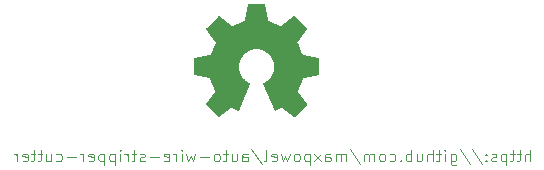
<source format=gbo>
G04 #@! TF.GenerationSoftware,KiCad,Pcbnew,8.0.5-8.0.5-0~ubuntu22.04.1*
G04 #@! TF.CreationDate,2024-10-01T13:57:59+02:00*
G04 #@! TF.ProjectId,wire-cutter,77697265-2d63-4757-9474-65722e6b6963,rev?*
G04 #@! TF.SameCoordinates,Original*
G04 #@! TF.FileFunction,Legend,Bot*
G04 #@! TF.FilePolarity,Positive*
%FSLAX46Y46*%
G04 Gerber Fmt 4.6, Leading zero omitted, Abs format (unit mm)*
G04 Created by KiCad (PCBNEW 8.0.5-8.0.5-0~ubuntu22.04.1) date 2024-10-01 13:57:59*
%MOMM*%
%LPD*%
G01*
G04 APERTURE LIST*
%ADD10C,0.000000*%
%ADD11C,0.100000*%
G04 APERTURE END LIST*
D10*
G36*
X91534624Y-77787253D02*
G01*
X91537646Y-77787477D01*
X91540653Y-77787847D01*
X91543640Y-77788358D01*
X91546604Y-77789007D01*
X91549539Y-77789789D01*
X91552441Y-77790703D01*
X91555305Y-77791742D01*
X91558128Y-77792905D01*
X91560905Y-77794187D01*
X91563630Y-77795584D01*
X91566301Y-77797093D01*
X91568911Y-77798710D01*
X91571458Y-77800432D01*
X91573935Y-77802254D01*
X91576340Y-77804173D01*
X91578667Y-77806186D01*
X91580911Y-77808288D01*
X91583069Y-77810475D01*
X91585136Y-77812745D01*
X91587108Y-77815094D01*
X91588979Y-77817517D01*
X91590746Y-77820011D01*
X91592403Y-77822572D01*
X91593948Y-77825197D01*
X91595374Y-77827882D01*
X91596678Y-77830623D01*
X91597855Y-77833416D01*
X91598900Y-77836259D01*
X91599810Y-77839146D01*
X91600580Y-77842075D01*
X91601204Y-77845041D01*
X91852427Y-79194655D01*
X91853061Y-79197645D01*
X91853832Y-79200646D01*
X91855763Y-79206657D01*
X91858187Y-79212650D01*
X91861070Y-79218585D01*
X91864377Y-79224422D01*
X91868074Y-79230123D01*
X91872129Y-79235649D01*
X91876507Y-79240960D01*
X91881174Y-79246017D01*
X91886096Y-79250780D01*
X91891241Y-79255212D01*
X91896573Y-79259272D01*
X91902059Y-79262921D01*
X91907665Y-79266121D01*
X91910502Y-79267539D01*
X91913357Y-79268831D01*
X91916225Y-79269991D01*
X91919102Y-79271013D01*
X92823659Y-79641297D01*
X92829278Y-79643771D01*
X92835238Y-79645838D01*
X92841485Y-79647500D01*
X92847968Y-79648762D01*
X92854634Y-79649628D01*
X92861429Y-79650100D01*
X92868303Y-79650183D01*
X92875202Y-79649880D01*
X92882075Y-79649195D01*
X92888867Y-79648131D01*
X92895528Y-79646691D01*
X92902005Y-79644881D01*
X92908245Y-79642702D01*
X92914196Y-79640159D01*
X92919805Y-79637256D01*
X92925020Y-79633995D01*
X94052542Y-78860248D01*
X94055082Y-78858593D01*
X94057697Y-78857068D01*
X94060381Y-78855670D01*
X94063129Y-78854400D01*
X94065935Y-78853258D01*
X94068794Y-78852242D01*
X94071699Y-78851353D01*
X94074644Y-78850589D01*
X94077625Y-78849950D01*
X94080635Y-78849435D01*
X94086719Y-78848778D01*
X94092852Y-78848614D01*
X94098986Y-78848937D01*
X94105078Y-78849743D01*
X94111079Y-78851029D01*
X94116945Y-78852791D01*
X94119813Y-78853849D01*
X94122629Y-78855024D01*
X94125389Y-78856315D01*
X94128086Y-78857723D01*
X94130715Y-78859247D01*
X94133270Y-78860886D01*
X94135745Y-78862639D01*
X94138134Y-78864507D01*
X94140432Y-78866488D01*
X94142633Y-78868582D01*
X95092196Y-79818145D01*
X95094290Y-79820346D01*
X95096270Y-79822645D01*
X95098135Y-79825035D01*
X95099886Y-79827512D01*
X95101522Y-79830068D01*
X95103041Y-79832699D01*
X95105732Y-79838161D01*
X95107955Y-79843851D01*
X95109707Y-79849724D01*
X95110984Y-79855733D01*
X95111782Y-79861831D01*
X95112099Y-79867973D01*
X95111930Y-79874113D01*
X95111272Y-79880204D01*
X95110122Y-79886200D01*
X95108477Y-79892056D01*
X95107467Y-79894916D01*
X95106332Y-79897724D01*
X95105071Y-79900474D01*
X95103684Y-79903159D01*
X95102170Y-79905775D01*
X95100530Y-79908315D01*
X94340276Y-81016390D01*
X94337006Y-81021628D01*
X94334104Y-81027246D01*
X94331573Y-81033194D01*
X94329416Y-81039420D01*
X94327638Y-81045874D01*
X94326240Y-81052504D01*
X94325226Y-81059259D01*
X94324599Y-81066089D01*
X94324363Y-81072942D01*
X94324522Y-81079767D01*
X94325077Y-81086513D01*
X94326033Y-81093129D01*
X94327392Y-81099565D01*
X94329159Y-81105769D01*
X94331335Y-81111689D01*
X94333926Y-81117276D01*
X94733897Y-82050408D01*
X94736181Y-82056138D01*
X94738990Y-82061815D01*
X94742283Y-82067406D01*
X94746020Y-82072877D01*
X94750163Y-82078194D01*
X94754671Y-82083324D01*
X94759505Y-82088231D01*
X94764626Y-82092884D01*
X94769992Y-82097247D01*
X94775566Y-82101286D01*
X94781306Y-82104969D01*
X94787175Y-82108261D01*
X94793131Y-82111129D01*
X94799135Y-82113538D01*
X94805148Y-82115454D01*
X94811129Y-82116845D01*
X96115974Y-82359494D01*
X96118934Y-82360133D01*
X96121856Y-82360915D01*
X96124736Y-82361837D01*
X96127573Y-82362893D01*
X96130361Y-82364079D01*
X96133096Y-82365391D01*
X96135776Y-82366825D01*
X96138396Y-82368376D01*
X96143443Y-82371811D01*
X96148206Y-82375661D01*
X96152656Y-82379892D01*
X96156763Y-82384468D01*
X96160497Y-82389353D01*
X96163828Y-82394513D01*
X96166726Y-82399912D01*
X96168004Y-82402690D01*
X96169162Y-82405515D01*
X96170197Y-82408383D01*
X96171105Y-82411287D01*
X96171882Y-82414226D01*
X96172526Y-82417193D01*
X96173031Y-82420185D01*
X96173394Y-82423197D01*
X96173612Y-82426225D01*
X96173680Y-82429264D01*
X96173521Y-83772210D01*
X96173445Y-83775243D01*
X96173220Y-83778266D01*
X96172849Y-83781275D01*
X96172337Y-83784265D01*
X96171687Y-83787232D01*
X96170902Y-83790171D01*
X96169987Y-83793077D01*
X96168945Y-83795947D01*
X96167780Y-83798775D01*
X96166495Y-83801557D01*
X96165096Y-83804288D01*
X96163584Y-83806965D01*
X96161965Y-83809581D01*
X96160241Y-83812133D01*
X96158416Y-83814617D01*
X96156495Y-83817027D01*
X96154481Y-83819359D01*
X96152378Y-83821609D01*
X96150189Y-83823772D01*
X96147918Y-83825843D01*
X96145570Y-83827818D01*
X96143147Y-83829693D01*
X96140653Y-83831462D01*
X96138093Y-83833121D01*
X96135470Y-83834667D01*
X96132787Y-83836093D01*
X96130049Y-83837396D01*
X96127259Y-83838571D01*
X96124422Y-83839614D01*
X96121539Y-83840519D01*
X96118617Y-83841283D01*
X96115657Y-83841901D01*
X94842879Y-84078756D01*
X94839882Y-84079370D01*
X94836880Y-84080123D01*
X94833875Y-84081011D01*
X94830874Y-84082029D01*
X94824900Y-84084437D01*
X94818995Y-84087314D01*
X94813198Y-84090624D01*
X94807546Y-84094333D01*
X94802077Y-84098406D01*
X94796831Y-84102807D01*
X94791843Y-84107502D01*
X94787153Y-84112457D01*
X94782799Y-84117635D01*
X94778819Y-84123003D01*
X94775250Y-84128525D01*
X94772130Y-84134167D01*
X94769498Y-84139893D01*
X94768377Y-84142777D01*
X94767392Y-84145669D01*
X94370042Y-85138253D01*
X94367584Y-85143899D01*
X94365534Y-85149878D01*
X94363890Y-85156139D01*
X94362646Y-85162630D01*
X94361799Y-85169299D01*
X94361345Y-85176094D01*
X94361279Y-85182964D01*
X94361598Y-85189857D01*
X94362297Y-85196721D01*
X94363373Y-85203504D01*
X94364821Y-85210156D01*
X94366637Y-85216623D01*
X94368817Y-85222854D01*
X94371358Y-85228798D01*
X94374254Y-85234402D01*
X94377502Y-85239615D01*
X95100529Y-86293160D01*
X95102183Y-86295700D01*
X95103709Y-86298317D01*
X95105106Y-86301003D01*
X95106376Y-86303754D01*
X95107518Y-86306564D01*
X95108534Y-86309427D01*
X95109424Y-86312336D01*
X95110188Y-86315287D01*
X95110827Y-86318273D01*
X95111341Y-86321289D01*
X95111998Y-86327387D01*
X95112163Y-86333534D01*
X95111840Y-86339684D01*
X95111033Y-86345789D01*
X95109747Y-86351805D01*
X95107986Y-86357684D01*
X95106928Y-86360558D01*
X95105753Y-86363381D01*
X95104461Y-86366146D01*
X95103053Y-86368848D01*
X95101530Y-86371481D01*
X95099891Y-86374039D01*
X95098138Y-86376517D01*
X95096270Y-86378909D01*
X95094289Y-86381208D01*
X95092195Y-86383409D01*
X94142473Y-87332972D01*
X94140286Y-87335052D01*
X94138000Y-87337020D01*
X94135621Y-87338875D01*
X94133155Y-87340616D01*
X94130608Y-87342245D01*
X94127985Y-87343758D01*
X94122536Y-87346441D01*
X94116855Y-87348661D01*
X94110989Y-87350413D01*
X94104983Y-87351694D01*
X94098886Y-87352499D01*
X94092743Y-87352823D01*
X94086601Y-87352664D01*
X94080507Y-87352017D01*
X94074507Y-87350876D01*
X94068648Y-87349239D01*
X94065786Y-87348233D01*
X94062976Y-87347102D01*
X94060226Y-87345844D01*
X94057539Y-87344459D01*
X94054923Y-87342947D01*
X94052383Y-87341307D01*
X93017412Y-86630980D01*
X93012209Y-86627741D01*
X93006637Y-86624902D01*
X93000746Y-86622462D01*
X92994586Y-86620423D01*
X92988209Y-86618786D01*
X92981665Y-86617552D01*
X92975005Y-86616722D01*
X92968279Y-86616296D01*
X92961538Y-86616275D01*
X92954833Y-86616662D01*
X92948214Y-86617455D01*
X92941733Y-86618657D01*
X92935439Y-86620269D01*
X92929384Y-86622290D01*
X92923619Y-86624723D01*
X92918193Y-86627567D01*
X92461787Y-86871248D01*
X92459058Y-86872546D01*
X92456306Y-86873687D01*
X92453536Y-86874672D01*
X92450753Y-86875505D01*
X92447962Y-86876185D01*
X92445167Y-86876716D01*
X92442373Y-86877099D01*
X92439585Y-86877335D01*
X92436808Y-86877427D01*
X92434046Y-86877376D01*
X92431304Y-86877183D01*
X92428586Y-86876852D01*
X92425899Y-86876382D01*
X92423246Y-86875777D01*
X92420631Y-86875037D01*
X92418061Y-86874165D01*
X92415539Y-86873163D01*
X92413071Y-86872031D01*
X92410661Y-86870772D01*
X92408313Y-86869388D01*
X92406034Y-86867880D01*
X92403826Y-86866250D01*
X92401696Y-86864500D01*
X92399647Y-86862631D01*
X92397686Y-86860646D01*
X92395815Y-86858546D01*
X92394041Y-86856332D01*
X92392367Y-86854007D01*
X92390800Y-86851572D01*
X92389342Y-86849029D01*
X92388000Y-86846380D01*
X92386778Y-86843626D01*
X91445787Y-84569691D01*
X91444698Y-84566862D01*
X91443754Y-84563991D01*
X91442953Y-84561081D01*
X91442292Y-84558140D01*
X91441770Y-84555172D01*
X91441384Y-84552182D01*
X91441134Y-84549177D01*
X91441017Y-84546161D01*
X91441031Y-84543140D01*
X91441175Y-84540120D01*
X91441446Y-84537104D01*
X91441843Y-84534101D01*
X91442365Y-84531113D01*
X91443009Y-84528148D01*
X91443773Y-84525209D01*
X91444655Y-84522304D01*
X91445655Y-84519437D01*
X91446769Y-84516613D01*
X91447996Y-84513838D01*
X91449335Y-84511118D01*
X91450783Y-84508457D01*
X91452339Y-84505861D01*
X91454000Y-84503337D01*
X91455765Y-84500888D01*
X91457633Y-84498520D01*
X91459600Y-84496239D01*
X91461666Y-84494051D01*
X91463829Y-84491960D01*
X91466087Y-84489972D01*
X91468437Y-84488092D01*
X91470878Y-84486327D01*
X91473409Y-84484680D01*
X91587630Y-84414751D01*
X91595851Y-84409516D01*
X91604628Y-84403540D01*
X91613796Y-84396953D01*
X91623190Y-84389887D01*
X91632642Y-84382471D01*
X91641989Y-84374835D01*
X91651064Y-84367111D01*
X91659702Y-84359427D01*
X91735314Y-84307672D01*
X91807475Y-84251479D01*
X91875989Y-84191043D01*
X91940658Y-84126560D01*
X92001285Y-84058227D01*
X92057673Y-83986238D01*
X92109626Y-83910790D01*
X92156947Y-83832079D01*
X92199438Y-83750300D01*
X92236903Y-83665649D01*
X92269144Y-83578322D01*
X92295965Y-83488515D01*
X92317169Y-83396423D01*
X92332558Y-83302242D01*
X92341936Y-83206168D01*
X92345106Y-83108398D01*
X92343173Y-83031969D01*
X92337438Y-82956543D01*
X92327993Y-82882215D01*
X92314933Y-82809076D01*
X92298349Y-82737221D01*
X92278336Y-82666743D01*
X92254988Y-82597735D01*
X92228396Y-82530290D01*
X92198655Y-82464501D01*
X92165857Y-82400463D01*
X92130097Y-82338268D01*
X92091468Y-82278009D01*
X92050062Y-82219781D01*
X92005973Y-82163675D01*
X91959295Y-82109786D01*
X91910121Y-82058207D01*
X91858543Y-82009031D01*
X91804657Y-81962351D01*
X91748554Y-81918261D01*
X91690328Y-81876854D01*
X91630072Y-81838224D01*
X91567880Y-81802463D01*
X91503846Y-81769665D01*
X91438061Y-81739923D01*
X91370621Y-81713331D01*
X91301617Y-81689982D01*
X91231144Y-81669969D01*
X91159294Y-81653385D01*
X91086162Y-81640324D01*
X91011840Y-81630880D01*
X90936421Y-81625144D01*
X90860000Y-81623212D01*
X90783578Y-81625144D01*
X90708158Y-81630880D01*
X90633835Y-81640324D01*
X90560701Y-81653385D01*
X90488850Y-81669969D01*
X90418374Y-81689982D01*
X90349368Y-81713331D01*
X90281925Y-81739923D01*
X90216138Y-81769665D01*
X90152100Y-81802463D01*
X90089905Y-81838224D01*
X90029646Y-81876854D01*
X89971416Y-81918261D01*
X89915310Y-81962351D01*
X89861419Y-82009031D01*
X89809838Y-82058207D01*
X89760660Y-82109786D01*
X89713979Y-82163675D01*
X89669886Y-82219781D01*
X89628477Y-82278009D01*
X89589844Y-82338268D01*
X89554081Y-82400463D01*
X89521280Y-82464501D01*
X89491536Y-82530290D01*
X89464942Y-82597735D01*
X89441590Y-82666743D01*
X89421575Y-82737221D01*
X89404990Y-82809076D01*
X89391928Y-82882215D01*
X89382482Y-82956543D01*
X89376747Y-83031969D01*
X89374814Y-83108398D01*
X89375611Y-83157483D01*
X89377985Y-83206168D01*
X89381911Y-83254430D01*
X89387365Y-83302242D01*
X89394322Y-83349581D01*
X89402758Y-83396423D01*
X89412647Y-83442742D01*
X89423966Y-83488515D01*
X89436689Y-83533716D01*
X89450791Y-83578322D01*
X89466249Y-83622308D01*
X89483037Y-83665649D01*
X89501132Y-83708321D01*
X89520507Y-83750300D01*
X89563002Y-83832079D01*
X89610326Y-83910791D01*
X89662281Y-83986239D01*
X89718670Y-84058227D01*
X89779295Y-84126560D01*
X89843960Y-84191043D01*
X89912467Y-84251479D01*
X89984618Y-84307672D01*
X90060217Y-84359427D01*
X90068904Y-84367111D01*
X90078011Y-84374835D01*
X90087376Y-84382471D01*
X90096839Y-84389887D01*
X90106239Y-84396953D01*
X90115414Y-84403539D01*
X90124204Y-84409515D01*
X90132449Y-84414751D01*
X90246669Y-84484680D01*
X90249214Y-84486327D01*
X90251669Y-84488092D01*
X90254030Y-84489972D01*
X90256298Y-84491960D01*
X90258470Y-84494051D01*
X90260544Y-84496239D01*
X90264391Y-84500888D01*
X90267826Y-84505861D01*
X90270834Y-84511118D01*
X90273401Y-84516613D01*
X90275512Y-84522304D01*
X90277154Y-84528148D01*
X90278312Y-84534101D01*
X90278971Y-84540120D01*
X90279118Y-84546161D01*
X90278737Y-84552182D01*
X90278345Y-84555172D01*
X90277816Y-84558140D01*
X90277148Y-84561081D01*
X90276339Y-84563991D01*
X90275388Y-84566862D01*
X90274292Y-84569691D01*
X89333223Y-86843547D01*
X89332000Y-86846301D01*
X89330657Y-86848951D01*
X89329199Y-86851495D01*
X89327629Y-86853931D01*
X89325954Y-86856258D01*
X89324178Y-86858474D01*
X89322306Y-86860576D01*
X89320341Y-86862564D01*
X89318291Y-86864435D01*
X89316158Y-86866187D01*
X89313948Y-86867820D01*
X89311666Y-86869330D01*
X89309316Y-86870717D01*
X89306903Y-86871978D01*
X89304433Y-86873112D01*
X89301909Y-86874116D01*
X89299337Y-86874990D01*
X89296721Y-86875731D01*
X89294067Y-86876338D01*
X89291378Y-86876808D01*
X89288661Y-86877140D01*
X89285919Y-86877332D01*
X89283157Y-86877383D01*
X89280381Y-86877290D01*
X89277594Y-86877052D01*
X89274803Y-86876667D01*
X89272011Y-86876133D01*
X89269223Y-86875449D01*
X89266445Y-86874612D01*
X89263681Y-86873621D01*
X89260935Y-86872474D01*
X89258213Y-86871170D01*
X88801807Y-86627488D01*
X88796394Y-86624645D01*
X88790638Y-86622215D01*
X88784590Y-86620197D01*
X88778301Y-86618590D01*
X88771821Y-86617393D01*
X88765202Y-86616604D01*
X88758495Y-86616222D01*
X88751751Y-86616247D01*
X88745021Y-86616676D01*
X88738356Y-86617508D01*
X88731807Y-86618743D01*
X88725425Y-86620378D01*
X88719261Y-86622413D01*
X88713366Y-86624846D01*
X88707791Y-86627676D01*
X88702588Y-86630902D01*
X87667697Y-87341228D01*
X87665149Y-87342868D01*
X87662527Y-87344380D01*
X87659835Y-87345765D01*
X87657080Y-87347023D01*
X87654267Y-87348155D01*
X87651401Y-87349161D01*
X87648490Y-87350042D01*
X87645537Y-87350798D01*
X87642550Y-87351430D01*
X87639535Y-87351938D01*
X87633439Y-87352585D01*
X87627296Y-87352745D01*
X87621153Y-87352420D01*
X87615056Y-87351615D01*
X87609050Y-87350334D01*
X87603182Y-87348582D01*
X87600314Y-87347531D01*
X87597498Y-87346363D01*
X87594740Y-87345079D01*
X87592045Y-87343680D01*
X87589419Y-87342166D01*
X87586867Y-87340538D01*
X87584397Y-87338796D01*
X87582013Y-87336941D01*
X87579721Y-87334973D01*
X87577527Y-87332894D01*
X86627805Y-86383330D01*
X86625718Y-86381129D01*
X86623743Y-86378830D01*
X86621882Y-86376438D01*
X86620135Y-86373960D01*
X86618501Y-86371402D01*
X86616982Y-86368769D01*
X86614291Y-86363302D01*
X86612065Y-86357606D01*
X86610308Y-86351726D01*
X86609025Y-86345711D01*
X86608219Y-86339605D01*
X86607895Y-86333455D01*
X86608057Y-86327308D01*
X86608710Y-86321211D01*
X86609856Y-86315208D01*
X86611502Y-86309348D01*
X86612512Y-86306485D01*
X86613650Y-86303675D01*
X86614913Y-86300924D01*
X86616304Y-86298238D01*
X86617823Y-86295621D01*
X86619471Y-86293081D01*
X87342418Y-85239536D01*
X87345693Y-85234323D01*
X87348612Y-85228719D01*
X87351169Y-85222775D01*
X87353363Y-85216544D01*
X87355189Y-85210077D01*
X87356643Y-85203426D01*
X87357722Y-85196642D01*
X87358422Y-85189778D01*
X87358740Y-85182886D01*
X87358672Y-85176016D01*
X87358214Y-85169220D01*
X87357364Y-85162552D01*
X87356117Y-85156061D01*
X87354469Y-85149800D01*
X87352417Y-85143821D01*
X87349958Y-85138175D01*
X86952607Y-84145591D01*
X86951629Y-84142698D01*
X86950512Y-84139814D01*
X86947886Y-84134088D01*
X86944765Y-84128446D01*
X86941191Y-84122924D01*
X86937201Y-84117556D01*
X86932835Y-84112378D01*
X86928131Y-84107423D01*
X86923129Y-84102728D01*
X86917868Y-84098327D01*
X86912386Y-84094254D01*
X86906722Y-84090545D01*
X86900915Y-84087235D01*
X86895005Y-84084358D01*
X86889030Y-84081950D01*
X86883030Y-84080045D01*
X86880032Y-84079292D01*
X86877042Y-84078677D01*
X85604264Y-83841823D01*
X85601298Y-83841205D01*
X85598369Y-83840441D01*
X85595482Y-83839535D01*
X85592639Y-83838493D01*
X85589846Y-83837317D01*
X85587105Y-83836014D01*
X85584420Y-83834588D01*
X85581795Y-83833043D01*
X85579233Y-83831383D01*
X85576739Y-83829614D01*
X85571968Y-83825764D01*
X85567510Y-83821530D01*
X85563396Y-83816948D01*
X85559655Y-83812054D01*
X85556316Y-83806886D01*
X85553410Y-83801478D01*
X85550965Y-83795868D01*
X85549925Y-83792998D01*
X85549012Y-83790092D01*
X85548229Y-83787153D01*
X85547581Y-83784186D01*
X85547070Y-83781196D01*
X85546700Y-83778187D01*
X85546475Y-83775164D01*
X85546400Y-83772131D01*
X85546320Y-82429185D01*
X85546396Y-82426153D01*
X85546620Y-82423132D01*
X85546988Y-82420126D01*
X85547498Y-82417140D01*
X85548145Y-82414178D01*
X85548926Y-82411245D01*
X85549837Y-82408345D01*
X85550875Y-82405482D01*
X85552035Y-82402661D01*
X85553314Y-82399886D01*
X85554709Y-82397162D01*
X85556216Y-82394494D01*
X85557830Y-82391884D01*
X85559550Y-82389339D01*
X85561370Y-82386862D01*
X85563287Y-82384458D01*
X85565298Y-82382131D01*
X85567398Y-82379885D01*
X85569585Y-82377726D01*
X85571854Y-82375657D01*
X85574202Y-82373683D01*
X85576625Y-82371808D01*
X85579120Y-82370037D01*
X85581682Y-82368374D01*
X85584309Y-82366824D01*
X85586996Y-82365391D01*
X85589740Y-82364079D01*
X85592537Y-82362892D01*
X85595384Y-82361837D01*
X85598277Y-82360915D01*
X85601211Y-82360133D01*
X85604185Y-82359494D01*
X86908951Y-82116845D01*
X86911950Y-82116217D01*
X86914960Y-82115454D01*
X86920995Y-82113538D01*
X86927016Y-82111129D01*
X86932984Y-82108261D01*
X86938861Y-82104969D01*
X86944606Y-82101286D01*
X86950180Y-82097247D01*
X86955544Y-82092884D01*
X86960659Y-82088231D01*
X86965486Y-82083324D01*
X86969984Y-82078194D01*
X86974115Y-82072877D01*
X86977840Y-82067406D01*
X86981119Y-82061815D01*
X86983913Y-82056138D01*
X86985116Y-82053277D01*
X86986183Y-82050408D01*
X87386233Y-81117276D01*
X87388809Y-81111689D01*
X87390974Y-81105769D01*
X87392731Y-81099565D01*
X87394082Y-81093129D01*
X87395033Y-81086513D01*
X87395585Y-81079767D01*
X87395743Y-81072942D01*
X87395510Y-81066089D01*
X87394889Y-81059259D01*
X87393883Y-81052504D01*
X87392496Y-81045874D01*
X87390731Y-81039420D01*
X87388592Y-81033194D01*
X87386082Y-81027246D01*
X87383204Y-81021628D01*
X87379962Y-81016390D01*
X86619629Y-79908315D01*
X86617975Y-79905775D01*
X86616450Y-79903159D01*
X86615054Y-79900474D01*
X86613785Y-79897724D01*
X86612644Y-79894916D01*
X86611631Y-79892056D01*
X86610743Y-79889149D01*
X86609981Y-79886200D01*
X86609345Y-79883217D01*
X86608833Y-79880204D01*
X86608181Y-79874113D01*
X86608021Y-79867973D01*
X86608348Y-79861831D01*
X86609158Y-79855733D01*
X86610446Y-79849724D01*
X86612208Y-79843851D01*
X86613265Y-79840981D01*
X86614439Y-79838161D01*
X86615729Y-79835399D01*
X86617134Y-79832699D01*
X86618655Y-79830068D01*
X86620290Y-79827512D01*
X86622039Y-79825035D01*
X86623901Y-79822645D01*
X86625876Y-79820346D01*
X86627963Y-79818145D01*
X87577607Y-78868582D01*
X87579801Y-78866488D01*
X87582093Y-78864507D01*
X87584477Y-78862639D01*
X87586947Y-78860886D01*
X87589498Y-78859247D01*
X87592124Y-78857723D01*
X87597578Y-78855024D01*
X87603262Y-78852791D01*
X87609130Y-78851030D01*
X87615136Y-78849743D01*
X87621233Y-78848937D01*
X87627376Y-78848614D01*
X87633519Y-78848779D01*
X87639614Y-78849436D01*
X87645617Y-78850589D01*
X87651481Y-78852242D01*
X87654347Y-78853258D01*
X87657160Y-78854401D01*
X87659915Y-78855670D01*
X87662607Y-78857068D01*
X87665230Y-78858593D01*
X87667777Y-78860248D01*
X88795219Y-79633995D01*
X88800420Y-79637256D01*
X88806017Y-79640159D01*
X88811958Y-79642702D01*
X88818189Y-79644881D01*
X88824659Y-79646691D01*
X88831316Y-79648131D01*
X88838106Y-79649195D01*
X88844977Y-79649880D01*
X88851877Y-79650183D01*
X88858754Y-79650100D01*
X88865554Y-79649628D01*
X88872226Y-79648763D01*
X88878717Y-79647501D01*
X88884975Y-79645838D01*
X88890947Y-79643772D01*
X88896581Y-79641298D01*
X89801218Y-79271013D01*
X89806976Y-79268831D01*
X89812677Y-79266121D01*
X89818290Y-79262921D01*
X89823780Y-79259272D01*
X89829113Y-79255212D01*
X89834257Y-79250780D01*
X89839178Y-79246017D01*
X89843842Y-79240960D01*
X89848215Y-79235649D01*
X89852265Y-79230123D01*
X89855958Y-79224422D01*
X89859260Y-79218585D01*
X89862138Y-79212650D01*
X89864559Y-79206657D01*
X89866488Y-79200646D01*
X89867892Y-79194655D01*
X90119035Y-77845041D01*
X90119660Y-77842075D01*
X90120429Y-77839146D01*
X90121339Y-77836259D01*
X90122384Y-77833416D01*
X90123561Y-77830623D01*
X90124865Y-77827882D01*
X90126291Y-77825197D01*
X90127834Y-77822572D01*
X90129492Y-77820011D01*
X90131258Y-77817517D01*
X90135099Y-77812745D01*
X90139321Y-77808288D01*
X90143889Y-77804173D01*
X90148767Y-77800432D01*
X90153919Y-77797093D01*
X90159309Y-77794187D01*
X90162081Y-77792905D01*
X90164900Y-77791742D01*
X90167760Y-77790703D01*
X90170658Y-77789789D01*
X90173587Y-77789007D01*
X90176545Y-77788358D01*
X90179527Y-77787847D01*
X90182527Y-77787477D01*
X90185542Y-77787253D01*
X90188567Y-77787177D01*
X91531592Y-77787177D01*
X91534624Y-77787253D01*
G37*
D11*
X114046115Y-91132419D02*
X114046115Y-90132419D01*
X113617544Y-91132419D02*
X113617544Y-90608609D01*
X113617544Y-90608609D02*
X113665163Y-90513371D01*
X113665163Y-90513371D02*
X113760401Y-90465752D01*
X113760401Y-90465752D02*
X113903258Y-90465752D01*
X113903258Y-90465752D02*
X113998496Y-90513371D01*
X113998496Y-90513371D02*
X114046115Y-90560990D01*
X113284210Y-90465752D02*
X112903258Y-90465752D01*
X113141353Y-90132419D02*
X113141353Y-90989561D01*
X113141353Y-90989561D02*
X113093734Y-91084800D01*
X113093734Y-91084800D02*
X112998496Y-91132419D01*
X112998496Y-91132419D02*
X112903258Y-91132419D01*
X112712781Y-90465752D02*
X112331829Y-90465752D01*
X112569924Y-90132419D02*
X112569924Y-90989561D01*
X112569924Y-90989561D02*
X112522305Y-91084800D01*
X112522305Y-91084800D02*
X112427067Y-91132419D01*
X112427067Y-91132419D02*
X112331829Y-91132419D01*
X111998495Y-90465752D02*
X111998495Y-91465752D01*
X111998495Y-90513371D02*
X111903257Y-90465752D01*
X111903257Y-90465752D02*
X111712781Y-90465752D01*
X111712781Y-90465752D02*
X111617543Y-90513371D01*
X111617543Y-90513371D02*
X111569924Y-90560990D01*
X111569924Y-90560990D02*
X111522305Y-90656228D01*
X111522305Y-90656228D02*
X111522305Y-90941942D01*
X111522305Y-90941942D02*
X111569924Y-91037180D01*
X111569924Y-91037180D02*
X111617543Y-91084800D01*
X111617543Y-91084800D02*
X111712781Y-91132419D01*
X111712781Y-91132419D02*
X111903257Y-91132419D01*
X111903257Y-91132419D02*
X111998495Y-91084800D01*
X111141352Y-91084800D02*
X111046114Y-91132419D01*
X111046114Y-91132419D02*
X110855638Y-91132419D01*
X110855638Y-91132419D02*
X110760400Y-91084800D01*
X110760400Y-91084800D02*
X110712781Y-90989561D01*
X110712781Y-90989561D02*
X110712781Y-90941942D01*
X110712781Y-90941942D02*
X110760400Y-90846704D01*
X110760400Y-90846704D02*
X110855638Y-90799085D01*
X110855638Y-90799085D02*
X110998495Y-90799085D01*
X110998495Y-90799085D02*
X111093733Y-90751466D01*
X111093733Y-90751466D02*
X111141352Y-90656228D01*
X111141352Y-90656228D02*
X111141352Y-90608609D01*
X111141352Y-90608609D02*
X111093733Y-90513371D01*
X111093733Y-90513371D02*
X110998495Y-90465752D01*
X110998495Y-90465752D02*
X110855638Y-90465752D01*
X110855638Y-90465752D02*
X110760400Y-90513371D01*
X110284209Y-91037180D02*
X110236590Y-91084800D01*
X110236590Y-91084800D02*
X110284209Y-91132419D01*
X110284209Y-91132419D02*
X110331828Y-91084800D01*
X110331828Y-91084800D02*
X110284209Y-91037180D01*
X110284209Y-91037180D02*
X110284209Y-91132419D01*
X110284209Y-90513371D02*
X110236590Y-90560990D01*
X110236590Y-90560990D02*
X110284209Y-90608609D01*
X110284209Y-90608609D02*
X110331828Y-90560990D01*
X110331828Y-90560990D02*
X110284209Y-90513371D01*
X110284209Y-90513371D02*
X110284209Y-90608609D01*
X109093734Y-90084800D02*
X109950876Y-91370514D01*
X108046115Y-90084800D02*
X108903257Y-91370514D01*
X107284210Y-90465752D02*
X107284210Y-91275276D01*
X107284210Y-91275276D02*
X107331829Y-91370514D01*
X107331829Y-91370514D02*
X107379448Y-91418133D01*
X107379448Y-91418133D02*
X107474686Y-91465752D01*
X107474686Y-91465752D02*
X107617543Y-91465752D01*
X107617543Y-91465752D02*
X107712781Y-91418133D01*
X107284210Y-91084800D02*
X107379448Y-91132419D01*
X107379448Y-91132419D02*
X107569924Y-91132419D01*
X107569924Y-91132419D02*
X107665162Y-91084800D01*
X107665162Y-91084800D02*
X107712781Y-91037180D01*
X107712781Y-91037180D02*
X107760400Y-90941942D01*
X107760400Y-90941942D02*
X107760400Y-90656228D01*
X107760400Y-90656228D02*
X107712781Y-90560990D01*
X107712781Y-90560990D02*
X107665162Y-90513371D01*
X107665162Y-90513371D02*
X107569924Y-90465752D01*
X107569924Y-90465752D02*
X107379448Y-90465752D01*
X107379448Y-90465752D02*
X107284210Y-90513371D01*
X106808019Y-91132419D02*
X106808019Y-90465752D01*
X106808019Y-90132419D02*
X106855638Y-90180038D01*
X106855638Y-90180038D02*
X106808019Y-90227657D01*
X106808019Y-90227657D02*
X106760400Y-90180038D01*
X106760400Y-90180038D02*
X106808019Y-90132419D01*
X106808019Y-90132419D02*
X106808019Y-90227657D01*
X106474686Y-90465752D02*
X106093734Y-90465752D01*
X106331829Y-90132419D02*
X106331829Y-90989561D01*
X106331829Y-90989561D02*
X106284210Y-91084800D01*
X106284210Y-91084800D02*
X106188972Y-91132419D01*
X106188972Y-91132419D02*
X106093734Y-91132419D01*
X105760400Y-91132419D02*
X105760400Y-90132419D01*
X105331829Y-91132419D02*
X105331829Y-90608609D01*
X105331829Y-90608609D02*
X105379448Y-90513371D01*
X105379448Y-90513371D02*
X105474686Y-90465752D01*
X105474686Y-90465752D02*
X105617543Y-90465752D01*
X105617543Y-90465752D02*
X105712781Y-90513371D01*
X105712781Y-90513371D02*
X105760400Y-90560990D01*
X104427067Y-90465752D02*
X104427067Y-91132419D01*
X104855638Y-90465752D02*
X104855638Y-90989561D01*
X104855638Y-90989561D02*
X104808019Y-91084800D01*
X104808019Y-91084800D02*
X104712781Y-91132419D01*
X104712781Y-91132419D02*
X104569924Y-91132419D01*
X104569924Y-91132419D02*
X104474686Y-91084800D01*
X104474686Y-91084800D02*
X104427067Y-91037180D01*
X103950876Y-91132419D02*
X103950876Y-90132419D01*
X103950876Y-90513371D02*
X103855638Y-90465752D01*
X103855638Y-90465752D02*
X103665162Y-90465752D01*
X103665162Y-90465752D02*
X103569924Y-90513371D01*
X103569924Y-90513371D02*
X103522305Y-90560990D01*
X103522305Y-90560990D02*
X103474686Y-90656228D01*
X103474686Y-90656228D02*
X103474686Y-90941942D01*
X103474686Y-90941942D02*
X103522305Y-91037180D01*
X103522305Y-91037180D02*
X103569924Y-91084800D01*
X103569924Y-91084800D02*
X103665162Y-91132419D01*
X103665162Y-91132419D02*
X103855638Y-91132419D01*
X103855638Y-91132419D02*
X103950876Y-91084800D01*
X103046114Y-91037180D02*
X102998495Y-91084800D01*
X102998495Y-91084800D02*
X103046114Y-91132419D01*
X103046114Y-91132419D02*
X103093733Y-91084800D01*
X103093733Y-91084800D02*
X103046114Y-91037180D01*
X103046114Y-91037180D02*
X103046114Y-91132419D01*
X102141353Y-91084800D02*
X102236591Y-91132419D01*
X102236591Y-91132419D02*
X102427067Y-91132419D01*
X102427067Y-91132419D02*
X102522305Y-91084800D01*
X102522305Y-91084800D02*
X102569924Y-91037180D01*
X102569924Y-91037180D02*
X102617543Y-90941942D01*
X102617543Y-90941942D02*
X102617543Y-90656228D01*
X102617543Y-90656228D02*
X102569924Y-90560990D01*
X102569924Y-90560990D02*
X102522305Y-90513371D01*
X102522305Y-90513371D02*
X102427067Y-90465752D01*
X102427067Y-90465752D02*
X102236591Y-90465752D01*
X102236591Y-90465752D02*
X102141353Y-90513371D01*
X101569924Y-91132419D02*
X101665162Y-91084800D01*
X101665162Y-91084800D02*
X101712781Y-91037180D01*
X101712781Y-91037180D02*
X101760400Y-90941942D01*
X101760400Y-90941942D02*
X101760400Y-90656228D01*
X101760400Y-90656228D02*
X101712781Y-90560990D01*
X101712781Y-90560990D02*
X101665162Y-90513371D01*
X101665162Y-90513371D02*
X101569924Y-90465752D01*
X101569924Y-90465752D02*
X101427067Y-90465752D01*
X101427067Y-90465752D02*
X101331829Y-90513371D01*
X101331829Y-90513371D02*
X101284210Y-90560990D01*
X101284210Y-90560990D02*
X101236591Y-90656228D01*
X101236591Y-90656228D02*
X101236591Y-90941942D01*
X101236591Y-90941942D02*
X101284210Y-91037180D01*
X101284210Y-91037180D02*
X101331829Y-91084800D01*
X101331829Y-91084800D02*
X101427067Y-91132419D01*
X101427067Y-91132419D02*
X101569924Y-91132419D01*
X100808019Y-91132419D02*
X100808019Y-90465752D01*
X100808019Y-90560990D02*
X100760400Y-90513371D01*
X100760400Y-90513371D02*
X100665162Y-90465752D01*
X100665162Y-90465752D02*
X100522305Y-90465752D01*
X100522305Y-90465752D02*
X100427067Y-90513371D01*
X100427067Y-90513371D02*
X100379448Y-90608609D01*
X100379448Y-90608609D02*
X100379448Y-91132419D01*
X100379448Y-90608609D02*
X100331829Y-90513371D01*
X100331829Y-90513371D02*
X100236591Y-90465752D01*
X100236591Y-90465752D02*
X100093734Y-90465752D01*
X100093734Y-90465752D02*
X99998495Y-90513371D01*
X99998495Y-90513371D02*
X99950876Y-90608609D01*
X99950876Y-90608609D02*
X99950876Y-91132419D01*
X98760401Y-90084800D02*
X99617543Y-91370514D01*
X98427067Y-91132419D02*
X98427067Y-90465752D01*
X98427067Y-90560990D02*
X98379448Y-90513371D01*
X98379448Y-90513371D02*
X98284210Y-90465752D01*
X98284210Y-90465752D02*
X98141353Y-90465752D01*
X98141353Y-90465752D02*
X98046115Y-90513371D01*
X98046115Y-90513371D02*
X97998496Y-90608609D01*
X97998496Y-90608609D02*
X97998496Y-91132419D01*
X97998496Y-90608609D02*
X97950877Y-90513371D01*
X97950877Y-90513371D02*
X97855639Y-90465752D01*
X97855639Y-90465752D02*
X97712782Y-90465752D01*
X97712782Y-90465752D02*
X97617543Y-90513371D01*
X97617543Y-90513371D02*
X97569924Y-90608609D01*
X97569924Y-90608609D02*
X97569924Y-91132419D01*
X96665163Y-91132419D02*
X96665163Y-90608609D01*
X96665163Y-90608609D02*
X96712782Y-90513371D01*
X96712782Y-90513371D02*
X96808020Y-90465752D01*
X96808020Y-90465752D02*
X96998496Y-90465752D01*
X96998496Y-90465752D02*
X97093734Y-90513371D01*
X96665163Y-91084800D02*
X96760401Y-91132419D01*
X96760401Y-91132419D02*
X96998496Y-91132419D01*
X96998496Y-91132419D02*
X97093734Y-91084800D01*
X97093734Y-91084800D02*
X97141353Y-90989561D01*
X97141353Y-90989561D02*
X97141353Y-90894323D01*
X97141353Y-90894323D02*
X97093734Y-90799085D01*
X97093734Y-90799085D02*
X96998496Y-90751466D01*
X96998496Y-90751466D02*
X96760401Y-90751466D01*
X96760401Y-90751466D02*
X96665163Y-90703847D01*
X96284210Y-91132419D02*
X95760401Y-90465752D01*
X96284210Y-90465752D02*
X95760401Y-91132419D01*
X95379448Y-90465752D02*
X95379448Y-91465752D01*
X95379448Y-90513371D02*
X95284210Y-90465752D01*
X95284210Y-90465752D02*
X95093734Y-90465752D01*
X95093734Y-90465752D02*
X94998496Y-90513371D01*
X94998496Y-90513371D02*
X94950877Y-90560990D01*
X94950877Y-90560990D02*
X94903258Y-90656228D01*
X94903258Y-90656228D02*
X94903258Y-90941942D01*
X94903258Y-90941942D02*
X94950877Y-91037180D01*
X94950877Y-91037180D02*
X94998496Y-91084800D01*
X94998496Y-91084800D02*
X95093734Y-91132419D01*
X95093734Y-91132419D02*
X95284210Y-91132419D01*
X95284210Y-91132419D02*
X95379448Y-91084800D01*
X94331829Y-91132419D02*
X94427067Y-91084800D01*
X94427067Y-91084800D02*
X94474686Y-91037180D01*
X94474686Y-91037180D02*
X94522305Y-90941942D01*
X94522305Y-90941942D02*
X94522305Y-90656228D01*
X94522305Y-90656228D02*
X94474686Y-90560990D01*
X94474686Y-90560990D02*
X94427067Y-90513371D01*
X94427067Y-90513371D02*
X94331829Y-90465752D01*
X94331829Y-90465752D02*
X94188972Y-90465752D01*
X94188972Y-90465752D02*
X94093734Y-90513371D01*
X94093734Y-90513371D02*
X94046115Y-90560990D01*
X94046115Y-90560990D02*
X93998496Y-90656228D01*
X93998496Y-90656228D02*
X93998496Y-90941942D01*
X93998496Y-90941942D02*
X94046115Y-91037180D01*
X94046115Y-91037180D02*
X94093734Y-91084800D01*
X94093734Y-91084800D02*
X94188972Y-91132419D01*
X94188972Y-91132419D02*
X94331829Y-91132419D01*
X93665162Y-90465752D02*
X93474686Y-91132419D01*
X93474686Y-91132419D02*
X93284210Y-90656228D01*
X93284210Y-90656228D02*
X93093734Y-91132419D01*
X93093734Y-91132419D02*
X92903258Y-90465752D01*
X92141353Y-91084800D02*
X92236591Y-91132419D01*
X92236591Y-91132419D02*
X92427067Y-91132419D01*
X92427067Y-91132419D02*
X92522305Y-91084800D01*
X92522305Y-91084800D02*
X92569924Y-90989561D01*
X92569924Y-90989561D02*
X92569924Y-90608609D01*
X92569924Y-90608609D02*
X92522305Y-90513371D01*
X92522305Y-90513371D02*
X92427067Y-90465752D01*
X92427067Y-90465752D02*
X92236591Y-90465752D01*
X92236591Y-90465752D02*
X92141353Y-90513371D01*
X92141353Y-90513371D02*
X92093734Y-90608609D01*
X92093734Y-90608609D02*
X92093734Y-90703847D01*
X92093734Y-90703847D02*
X92569924Y-90799085D01*
X91522305Y-91132419D02*
X91617543Y-91084800D01*
X91617543Y-91084800D02*
X91665162Y-90989561D01*
X91665162Y-90989561D02*
X91665162Y-90132419D01*
X90427067Y-90084800D02*
X91284209Y-91370514D01*
X89665162Y-91132419D02*
X89665162Y-90608609D01*
X89665162Y-90608609D02*
X89712781Y-90513371D01*
X89712781Y-90513371D02*
X89808019Y-90465752D01*
X89808019Y-90465752D02*
X89998495Y-90465752D01*
X89998495Y-90465752D02*
X90093733Y-90513371D01*
X89665162Y-91084800D02*
X89760400Y-91132419D01*
X89760400Y-91132419D02*
X89998495Y-91132419D01*
X89998495Y-91132419D02*
X90093733Y-91084800D01*
X90093733Y-91084800D02*
X90141352Y-90989561D01*
X90141352Y-90989561D02*
X90141352Y-90894323D01*
X90141352Y-90894323D02*
X90093733Y-90799085D01*
X90093733Y-90799085D02*
X89998495Y-90751466D01*
X89998495Y-90751466D02*
X89760400Y-90751466D01*
X89760400Y-90751466D02*
X89665162Y-90703847D01*
X88760400Y-90465752D02*
X88760400Y-91132419D01*
X89188971Y-90465752D02*
X89188971Y-90989561D01*
X89188971Y-90989561D02*
X89141352Y-91084800D01*
X89141352Y-91084800D02*
X89046114Y-91132419D01*
X89046114Y-91132419D02*
X88903257Y-91132419D01*
X88903257Y-91132419D02*
X88808019Y-91084800D01*
X88808019Y-91084800D02*
X88760400Y-91037180D01*
X88427066Y-90465752D02*
X88046114Y-90465752D01*
X88284209Y-90132419D02*
X88284209Y-90989561D01*
X88284209Y-90989561D02*
X88236590Y-91084800D01*
X88236590Y-91084800D02*
X88141352Y-91132419D01*
X88141352Y-91132419D02*
X88046114Y-91132419D01*
X87569923Y-91132419D02*
X87665161Y-91084800D01*
X87665161Y-91084800D02*
X87712780Y-91037180D01*
X87712780Y-91037180D02*
X87760399Y-90941942D01*
X87760399Y-90941942D02*
X87760399Y-90656228D01*
X87760399Y-90656228D02*
X87712780Y-90560990D01*
X87712780Y-90560990D02*
X87665161Y-90513371D01*
X87665161Y-90513371D02*
X87569923Y-90465752D01*
X87569923Y-90465752D02*
X87427066Y-90465752D01*
X87427066Y-90465752D02*
X87331828Y-90513371D01*
X87331828Y-90513371D02*
X87284209Y-90560990D01*
X87284209Y-90560990D02*
X87236590Y-90656228D01*
X87236590Y-90656228D02*
X87236590Y-90941942D01*
X87236590Y-90941942D02*
X87284209Y-91037180D01*
X87284209Y-91037180D02*
X87331828Y-91084800D01*
X87331828Y-91084800D02*
X87427066Y-91132419D01*
X87427066Y-91132419D02*
X87569923Y-91132419D01*
X86808018Y-90751466D02*
X86046114Y-90751466D01*
X85665161Y-90465752D02*
X85474685Y-91132419D01*
X85474685Y-91132419D02*
X85284209Y-90656228D01*
X85284209Y-90656228D02*
X85093733Y-91132419D01*
X85093733Y-91132419D02*
X84903257Y-90465752D01*
X84522304Y-91132419D02*
X84522304Y-90465752D01*
X84522304Y-90132419D02*
X84569923Y-90180038D01*
X84569923Y-90180038D02*
X84522304Y-90227657D01*
X84522304Y-90227657D02*
X84474685Y-90180038D01*
X84474685Y-90180038D02*
X84522304Y-90132419D01*
X84522304Y-90132419D02*
X84522304Y-90227657D01*
X84046114Y-91132419D02*
X84046114Y-90465752D01*
X84046114Y-90656228D02*
X83998495Y-90560990D01*
X83998495Y-90560990D02*
X83950876Y-90513371D01*
X83950876Y-90513371D02*
X83855638Y-90465752D01*
X83855638Y-90465752D02*
X83760400Y-90465752D01*
X83046114Y-91084800D02*
X83141352Y-91132419D01*
X83141352Y-91132419D02*
X83331828Y-91132419D01*
X83331828Y-91132419D02*
X83427066Y-91084800D01*
X83427066Y-91084800D02*
X83474685Y-90989561D01*
X83474685Y-90989561D02*
X83474685Y-90608609D01*
X83474685Y-90608609D02*
X83427066Y-90513371D01*
X83427066Y-90513371D02*
X83331828Y-90465752D01*
X83331828Y-90465752D02*
X83141352Y-90465752D01*
X83141352Y-90465752D02*
X83046114Y-90513371D01*
X83046114Y-90513371D02*
X82998495Y-90608609D01*
X82998495Y-90608609D02*
X82998495Y-90703847D01*
X82998495Y-90703847D02*
X83474685Y-90799085D01*
X82569923Y-90751466D02*
X81808019Y-90751466D01*
X81379447Y-91084800D02*
X81284209Y-91132419D01*
X81284209Y-91132419D02*
X81093733Y-91132419D01*
X81093733Y-91132419D02*
X80998495Y-91084800D01*
X80998495Y-91084800D02*
X80950876Y-90989561D01*
X80950876Y-90989561D02*
X80950876Y-90941942D01*
X80950876Y-90941942D02*
X80998495Y-90846704D01*
X80998495Y-90846704D02*
X81093733Y-90799085D01*
X81093733Y-90799085D02*
X81236590Y-90799085D01*
X81236590Y-90799085D02*
X81331828Y-90751466D01*
X81331828Y-90751466D02*
X81379447Y-90656228D01*
X81379447Y-90656228D02*
X81379447Y-90608609D01*
X81379447Y-90608609D02*
X81331828Y-90513371D01*
X81331828Y-90513371D02*
X81236590Y-90465752D01*
X81236590Y-90465752D02*
X81093733Y-90465752D01*
X81093733Y-90465752D02*
X80998495Y-90513371D01*
X80665161Y-90465752D02*
X80284209Y-90465752D01*
X80522304Y-90132419D02*
X80522304Y-90989561D01*
X80522304Y-90989561D02*
X80474685Y-91084800D01*
X80474685Y-91084800D02*
X80379447Y-91132419D01*
X80379447Y-91132419D02*
X80284209Y-91132419D01*
X79950875Y-91132419D02*
X79950875Y-90465752D01*
X79950875Y-90656228D02*
X79903256Y-90560990D01*
X79903256Y-90560990D02*
X79855637Y-90513371D01*
X79855637Y-90513371D02*
X79760399Y-90465752D01*
X79760399Y-90465752D02*
X79665161Y-90465752D01*
X79331827Y-91132419D02*
X79331827Y-90465752D01*
X79331827Y-90132419D02*
X79379446Y-90180038D01*
X79379446Y-90180038D02*
X79331827Y-90227657D01*
X79331827Y-90227657D02*
X79284208Y-90180038D01*
X79284208Y-90180038D02*
X79331827Y-90132419D01*
X79331827Y-90132419D02*
X79331827Y-90227657D01*
X78855637Y-90465752D02*
X78855637Y-91465752D01*
X78855637Y-90513371D02*
X78760399Y-90465752D01*
X78760399Y-90465752D02*
X78569923Y-90465752D01*
X78569923Y-90465752D02*
X78474685Y-90513371D01*
X78474685Y-90513371D02*
X78427066Y-90560990D01*
X78427066Y-90560990D02*
X78379447Y-90656228D01*
X78379447Y-90656228D02*
X78379447Y-90941942D01*
X78379447Y-90941942D02*
X78427066Y-91037180D01*
X78427066Y-91037180D02*
X78474685Y-91084800D01*
X78474685Y-91084800D02*
X78569923Y-91132419D01*
X78569923Y-91132419D02*
X78760399Y-91132419D01*
X78760399Y-91132419D02*
X78855637Y-91084800D01*
X77950875Y-90465752D02*
X77950875Y-91465752D01*
X77950875Y-90513371D02*
X77855637Y-90465752D01*
X77855637Y-90465752D02*
X77665161Y-90465752D01*
X77665161Y-90465752D02*
X77569923Y-90513371D01*
X77569923Y-90513371D02*
X77522304Y-90560990D01*
X77522304Y-90560990D02*
X77474685Y-90656228D01*
X77474685Y-90656228D02*
X77474685Y-90941942D01*
X77474685Y-90941942D02*
X77522304Y-91037180D01*
X77522304Y-91037180D02*
X77569923Y-91084800D01*
X77569923Y-91084800D02*
X77665161Y-91132419D01*
X77665161Y-91132419D02*
X77855637Y-91132419D01*
X77855637Y-91132419D02*
X77950875Y-91084800D01*
X76665161Y-91084800D02*
X76760399Y-91132419D01*
X76760399Y-91132419D02*
X76950875Y-91132419D01*
X76950875Y-91132419D02*
X77046113Y-91084800D01*
X77046113Y-91084800D02*
X77093732Y-90989561D01*
X77093732Y-90989561D02*
X77093732Y-90608609D01*
X77093732Y-90608609D02*
X77046113Y-90513371D01*
X77046113Y-90513371D02*
X76950875Y-90465752D01*
X76950875Y-90465752D02*
X76760399Y-90465752D01*
X76760399Y-90465752D02*
X76665161Y-90513371D01*
X76665161Y-90513371D02*
X76617542Y-90608609D01*
X76617542Y-90608609D02*
X76617542Y-90703847D01*
X76617542Y-90703847D02*
X77093732Y-90799085D01*
X76188970Y-91132419D02*
X76188970Y-90465752D01*
X76188970Y-90656228D02*
X76141351Y-90560990D01*
X76141351Y-90560990D02*
X76093732Y-90513371D01*
X76093732Y-90513371D02*
X75998494Y-90465752D01*
X75998494Y-90465752D02*
X75903256Y-90465752D01*
X75569922Y-90751466D02*
X74808018Y-90751466D01*
X73903256Y-91084800D02*
X73998494Y-91132419D01*
X73998494Y-91132419D02*
X74188970Y-91132419D01*
X74188970Y-91132419D02*
X74284208Y-91084800D01*
X74284208Y-91084800D02*
X74331827Y-91037180D01*
X74331827Y-91037180D02*
X74379446Y-90941942D01*
X74379446Y-90941942D02*
X74379446Y-90656228D01*
X74379446Y-90656228D02*
X74331827Y-90560990D01*
X74331827Y-90560990D02*
X74284208Y-90513371D01*
X74284208Y-90513371D02*
X74188970Y-90465752D01*
X74188970Y-90465752D02*
X73998494Y-90465752D01*
X73998494Y-90465752D02*
X73903256Y-90513371D01*
X73046113Y-90465752D02*
X73046113Y-91132419D01*
X73474684Y-90465752D02*
X73474684Y-90989561D01*
X73474684Y-90989561D02*
X73427065Y-91084800D01*
X73427065Y-91084800D02*
X73331827Y-91132419D01*
X73331827Y-91132419D02*
X73188970Y-91132419D01*
X73188970Y-91132419D02*
X73093732Y-91084800D01*
X73093732Y-91084800D02*
X73046113Y-91037180D01*
X72712779Y-90465752D02*
X72331827Y-90465752D01*
X72569922Y-90132419D02*
X72569922Y-90989561D01*
X72569922Y-90989561D02*
X72522303Y-91084800D01*
X72522303Y-91084800D02*
X72427065Y-91132419D01*
X72427065Y-91132419D02*
X72331827Y-91132419D01*
X72141350Y-90465752D02*
X71760398Y-90465752D01*
X71998493Y-90132419D02*
X71998493Y-90989561D01*
X71998493Y-90989561D02*
X71950874Y-91084800D01*
X71950874Y-91084800D02*
X71855636Y-91132419D01*
X71855636Y-91132419D02*
X71760398Y-91132419D01*
X71046112Y-91084800D02*
X71141350Y-91132419D01*
X71141350Y-91132419D02*
X71331826Y-91132419D01*
X71331826Y-91132419D02*
X71427064Y-91084800D01*
X71427064Y-91084800D02*
X71474683Y-90989561D01*
X71474683Y-90989561D02*
X71474683Y-90608609D01*
X71474683Y-90608609D02*
X71427064Y-90513371D01*
X71427064Y-90513371D02*
X71331826Y-90465752D01*
X71331826Y-90465752D02*
X71141350Y-90465752D01*
X71141350Y-90465752D02*
X71046112Y-90513371D01*
X71046112Y-90513371D02*
X70998493Y-90608609D01*
X70998493Y-90608609D02*
X70998493Y-90703847D01*
X70998493Y-90703847D02*
X71474683Y-90799085D01*
X70569921Y-91132419D02*
X70569921Y-90465752D01*
X70569921Y-90656228D02*
X70522302Y-90560990D01*
X70522302Y-90560990D02*
X70474683Y-90513371D01*
X70474683Y-90513371D02*
X70379445Y-90465752D01*
X70379445Y-90465752D02*
X70284207Y-90465752D01*
M02*

</source>
